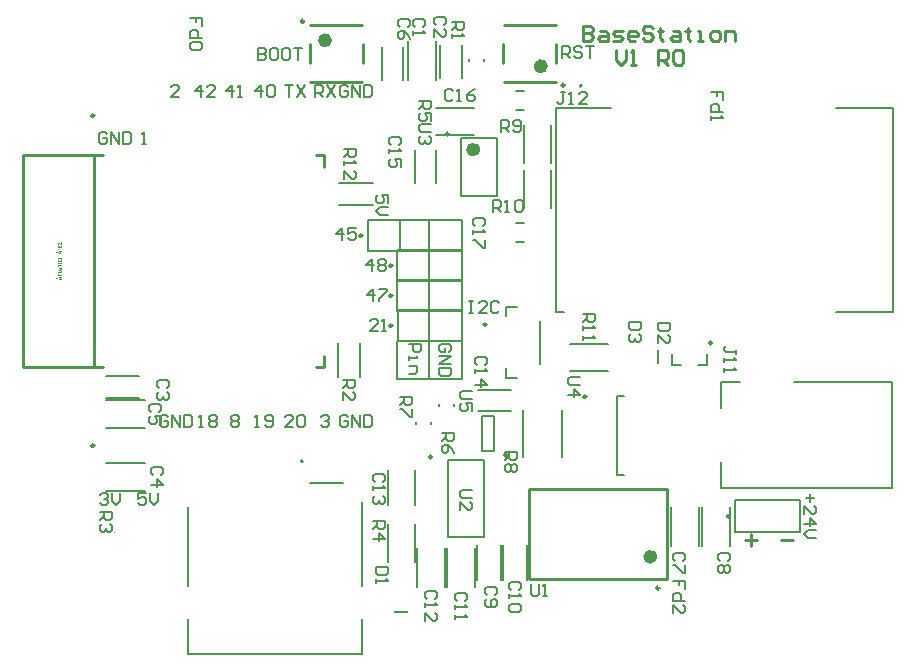
<source format=gto>
G04*
G04 #@! TF.GenerationSoftware,Altium Limited,Altium Designer,24.8.2 (39)*
G04*
G04 Layer_Color=65535*
%FSLAX25Y25*%
%MOIN*%
G70*
G04*
G04 #@! TF.SameCoordinates,AA557069-6426-4FA0-AAFB-6E3012F5CD7C*
G04*
G04*
G04 #@! TF.FilePolarity,Positive*
G04*
G01*
G75*
%ADD10C,0.00984*%
%ADD11C,0.02362*%
%ADD12C,0.00394*%
%ADD13C,0.00787*%
%ADD14C,0.01000*%
%ADD15C,0.00800*%
%ADD16C,0.00500*%
%ADD17C,0.00600*%
%ADD18R,0.04724X0.00787*%
%ADD19R,0.00787X0.04724*%
G36*
X-10148Y129276D02*
X-10137Y129263D01*
X-10120Y129241D01*
X-10101Y129211D01*
X-10079Y129181D01*
X-10063Y129148D01*
X-10052Y129113D01*
X-10047Y129082D01*
Y129077D01*
X-10049Y129061D01*
X-10058Y129036D01*
X-10068Y129006D01*
X-10090Y128976D01*
X-10104Y128960D01*
X-10123Y128943D01*
X-10142Y128930D01*
X-10167Y128919D01*
X-10194Y128905D01*
X-10227Y128897D01*
X-10224Y128894D01*
X-10219Y128891D01*
X-10210Y128883D01*
X-10197Y128872D01*
X-10167Y128845D01*
X-10134Y128809D01*
X-10098Y128769D01*
X-10068Y128719D01*
X-10055Y128695D01*
X-10047Y128670D01*
X-10041Y128646D01*
X-10038Y128618D01*
Y128613D01*
X-10041Y128599D01*
X-10044Y128577D01*
X-10052Y128553D01*
X-10066Y128520D01*
X-10085Y128487D01*
X-10112Y128454D01*
X-10148Y128422D01*
X-10153Y128419D01*
X-10167Y128408D01*
X-10191Y128394D01*
X-10221Y128381D01*
X-10260Y128365D01*
X-10303Y128351D01*
X-10350Y128340D01*
X-10404Y128337D01*
X-10407D01*
X-10412D01*
X-10421D01*
X-10434Y128340D01*
X-10464Y128343D01*
X-10505Y128351D01*
X-10552Y128367D01*
X-10598Y128386D01*
X-10647Y128416D01*
X-10672Y128433D01*
X-10694Y128454D01*
X-10696Y128457D01*
X-10699Y128460D01*
X-10707Y128468D01*
X-10716Y128479D01*
X-10726Y128493D01*
X-10740Y128509D01*
X-10759Y128531D01*
X-10775Y128553D01*
X-10797Y128583D01*
X-10819Y128613D01*
X-10847Y128648D01*
X-10871Y128689D01*
X-10901Y128733D01*
X-10931Y128779D01*
X-10964Y128831D01*
X-10997Y128889D01*
X-11136D01*
X-11139D01*
X-11144D01*
X-11152D01*
X-11166Y128886D01*
X-11196Y128880D01*
X-11231Y128869D01*
X-11267Y128850D01*
X-11297Y128823D01*
X-11311Y128807D01*
X-11319Y128788D01*
X-11324Y128763D01*
X-11327Y128736D01*
Y128727D01*
X-11324Y128719D01*
Y128708D01*
X-11319Y128695D01*
X-11313Y128676D01*
X-11308Y128657D01*
X-11297Y128632D01*
X-11283Y128607D01*
X-11270Y128580D01*
X-11248Y128550D01*
X-11226Y128517D01*
X-11199Y128485D01*
X-11166Y128449D01*
X-11130Y128411D01*
X-11087Y128373D01*
X-11379D01*
X-11382Y128375D01*
X-11387Y128381D01*
X-11395Y128392D01*
X-11409Y128405D01*
X-11423Y128425D01*
X-11439Y128444D01*
X-11455Y128468D01*
X-11474Y128493D01*
X-11507Y128553D01*
X-11537Y128616D01*
X-11551Y128651D01*
X-11559Y128687D01*
X-11564Y128722D01*
X-11567Y128758D01*
Y128774D01*
X-11564Y128785D01*
X-11562Y128815D01*
X-11554Y128850D01*
X-11543Y128894D01*
X-11524Y128938D01*
X-11496Y128984D01*
X-11461Y129028D01*
X-11455Y129033D01*
X-11442Y129047D01*
X-11417Y129063D01*
X-11384Y129085D01*
X-11346Y129107D01*
X-11297Y129123D01*
X-11240Y129137D01*
X-11177Y129142D01*
X-10361D01*
X-10358D01*
X-10347D01*
X-10336Y129145D01*
X-10320Y129148D01*
X-10306Y129151D01*
X-10292Y129159D01*
X-10281Y129167D01*
X-10279Y129181D01*
Y129186D01*
X-10281Y129192D01*
X-10287Y129203D01*
X-10295Y129216D01*
X-10309Y129233D01*
X-10325Y129254D01*
X-10350Y129282D01*
X-10153D01*
X-10148Y129276D01*
D02*
G37*
G36*
X-10746Y127573D02*
X-10740D01*
X-10726D01*
X-10702Y127576D01*
X-10672Y127578D01*
X-10636Y127581D01*
X-10598Y127586D01*
X-10554Y127595D01*
X-10513Y127605D01*
X-10470Y127619D01*
X-10426Y127636D01*
X-10388Y127657D01*
X-10352Y127682D01*
X-10322Y127709D01*
X-10298Y127745D01*
X-10284Y127783D01*
X-10281Y127805D01*
X-10279Y127829D01*
Y127843D01*
X-10281Y127854D01*
X-10287Y127881D01*
X-10295Y127914D01*
X-10311Y127952D01*
X-10339Y127996D01*
X-10352Y128018D01*
X-10372Y128040D01*
X-10393Y128059D01*
X-10418Y128080D01*
X-10164D01*
Y128078D01*
X-10159Y128075D01*
X-10153Y128067D01*
X-10145Y128056D01*
X-10123Y128029D01*
X-10101Y127993D01*
X-10079Y127947D01*
X-10058Y127898D01*
X-10044Y127840D01*
X-10041Y127810D01*
X-10038Y127780D01*
Y127769D01*
X-10041Y127758D01*
Y127745D01*
X-10044Y127726D01*
X-10049Y127704D01*
X-10063Y127655D01*
X-10074Y127627D01*
X-10088Y127600D01*
X-10101Y127573D01*
X-10120Y127543D01*
X-10145Y127515D01*
X-10170Y127488D01*
X-10199Y127464D01*
X-10235Y127439D01*
X-10238D01*
X-10243Y127434D01*
X-10257Y127428D01*
X-10273Y127420D01*
X-10292Y127412D01*
X-10317Y127401D01*
X-10347Y127390D01*
X-10380Y127379D01*
X-10418Y127368D01*
X-10462Y127357D01*
X-10508Y127346D01*
X-10560Y127338D01*
X-10614Y127330D01*
X-10672Y127324D01*
X-10735Y127322D01*
X-10803Y127319D01*
X-10808D01*
X-10819D01*
X-10838D01*
X-10863Y127322D01*
X-10893D01*
X-10928Y127324D01*
X-10967Y127327D01*
X-11010Y127332D01*
X-11100Y127343D01*
X-11193Y127363D01*
X-11283Y127387D01*
X-11327Y127403D01*
X-11365Y127423D01*
X-11368D01*
X-11373Y127428D01*
X-11384Y127434D01*
X-11398Y127442D01*
X-11428Y127466D01*
X-11466Y127499D01*
X-11504Y127543D01*
X-11535Y127592D01*
X-11548Y127622D01*
X-11559Y127652D01*
X-11564Y127685D01*
X-11567Y127720D01*
Y127726D01*
X-11564Y127737D01*
X-11562Y127756D01*
X-11554Y127783D01*
X-11543Y127813D01*
X-11524Y127846D01*
X-11499Y127881D01*
X-11463Y127917D01*
X-11420Y127955D01*
X-11395Y127971D01*
X-11368Y127990D01*
X-11335Y128007D01*
X-11300Y128023D01*
X-11261Y128037D01*
X-11220Y128053D01*
X-11177Y128064D01*
X-11128Y128078D01*
X-11073Y128086D01*
X-11016Y128094D01*
X-10956Y128102D01*
X-10890Y128108D01*
X-10819Y128111D01*
X-10746D01*
Y127573D01*
D02*
G37*
G36*
X-11245Y127199D02*
X-11248Y127196D01*
X-11250Y127191D01*
X-11256Y127180D01*
X-11264Y127166D01*
X-11270Y127150D01*
X-11275Y127130D01*
X-11278Y127109D01*
X-11281Y127087D01*
Y127081D01*
X-11278Y127068D01*
X-11270Y127046D01*
X-11253Y127019D01*
X-11242Y127002D01*
X-11229Y126986D01*
X-11210Y126969D01*
X-11191Y126953D01*
X-11166Y126937D01*
X-11136Y126920D01*
X-11103Y126904D01*
X-11065Y126890D01*
X-11062D01*
X-11054Y126888D01*
X-11043Y126882D01*
X-11029Y126879D01*
X-11010Y126874D01*
X-10986Y126866D01*
X-10961Y126860D01*
X-10934Y126852D01*
X-10868Y126838D01*
X-10800Y126825D01*
X-10726Y126816D01*
X-10653Y126814D01*
X-10079D01*
Y126560D01*
X-11526D01*
Y126814D01*
X-11133D01*
Y126819D01*
X-11136D01*
X-11144Y126822D01*
X-11158Y126828D01*
X-11174Y126833D01*
X-11196Y126838D01*
X-11218Y126847D01*
X-11272Y126863D01*
X-11327Y126885D01*
X-11384Y126904D01*
X-11409Y126915D01*
X-11431Y126926D01*
X-11453Y126937D01*
X-11469Y126945D01*
X-11472Y126948D01*
X-11483Y126956D01*
X-11494Y126967D01*
X-11510Y126983D01*
X-11524Y127002D01*
X-11537Y127027D01*
X-11545Y127054D01*
X-11548Y127087D01*
Y127098D01*
X-11545Y127111D01*
X-11543Y127130D01*
X-11537Y127150D01*
X-11529Y127174D01*
X-11518Y127196D01*
X-11504Y127221D01*
X-11245Y127199D01*
D02*
G37*
G36*
X-10079Y126099D02*
X-10563Y126022D01*
Y125615D01*
X-10079Y125531D01*
Y125260D01*
X-12274Y125670D01*
Y125962D01*
X-10079Y126372D01*
Y126099D01*
D02*
G37*
G36*
X-10148Y124111D02*
X-10137Y124098D01*
X-10120Y124076D01*
X-10101Y124046D01*
X-10079Y124016D01*
X-10063Y123983D01*
X-10052Y123947D01*
X-10047Y123917D01*
Y123912D01*
X-10049Y123895D01*
X-10058Y123871D01*
X-10068Y123841D01*
X-10090Y123811D01*
X-10104Y123794D01*
X-10123Y123778D01*
X-10142Y123764D01*
X-10167Y123753D01*
X-10194Y123740D01*
X-10227Y123732D01*
X-10224Y123729D01*
X-10219Y123726D01*
X-10210Y123718D01*
X-10197Y123707D01*
X-10167Y123680D01*
X-10134Y123644D01*
X-10098Y123603D01*
X-10068Y123554D01*
X-10055Y123530D01*
X-10047Y123505D01*
X-10041Y123480D01*
X-10038Y123453D01*
Y123448D01*
X-10041Y123434D01*
X-10044Y123412D01*
X-10052Y123388D01*
X-10066Y123355D01*
X-10085Y123322D01*
X-10112Y123289D01*
X-10148Y123257D01*
X-10153Y123254D01*
X-10167Y123243D01*
X-10191Y123229D01*
X-10221Y123216D01*
X-10260Y123199D01*
X-10303Y123186D01*
X-10350Y123175D01*
X-10404Y123172D01*
X-10407D01*
X-10412D01*
X-10421D01*
X-10434Y123175D01*
X-10464Y123177D01*
X-10505Y123186D01*
X-10552Y123202D01*
X-10598Y123221D01*
X-10647Y123251D01*
X-10672Y123267D01*
X-10694Y123289D01*
X-10696Y123292D01*
X-10699Y123295D01*
X-10707Y123303D01*
X-10716Y123314D01*
X-10726Y123328D01*
X-10740Y123344D01*
X-10759Y123366D01*
X-10775Y123388D01*
X-10797Y123418D01*
X-10819Y123448D01*
X-10847Y123483D01*
X-10871Y123524D01*
X-10901Y123568D01*
X-10931Y123614D01*
X-10964Y123666D01*
X-10997Y123723D01*
X-11136D01*
X-11139D01*
X-11144D01*
X-11152D01*
X-11166Y123721D01*
X-11196Y123715D01*
X-11231Y123704D01*
X-11267Y123685D01*
X-11297Y123658D01*
X-11311Y123642D01*
X-11319Y123622D01*
X-11324Y123598D01*
X-11327Y123571D01*
Y123562D01*
X-11324Y123554D01*
Y123543D01*
X-11319Y123530D01*
X-11313Y123511D01*
X-11308Y123491D01*
X-11297Y123467D01*
X-11283Y123442D01*
X-11270Y123415D01*
X-11248Y123385D01*
X-11226Y123352D01*
X-11199Y123319D01*
X-11166Y123284D01*
X-11130Y123246D01*
X-11087Y123207D01*
X-11379D01*
X-11382Y123210D01*
X-11387Y123216D01*
X-11395Y123227D01*
X-11409Y123240D01*
X-11423Y123259D01*
X-11439Y123278D01*
X-11455Y123303D01*
X-11474Y123328D01*
X-11507Y123388D01*
X-11537Y123451D01*
X-11551Y123486D01*
X-11559Y123521D01*
X-11564Y123557D01*
X-11567Y123592D01*
Y123609D01*
X-11564Y123620D01*
X-11562Y123650D01*
X-11554Y123685D01*
X-11543Y123729D01*
X-11524Y123773D01*
X-11496Y123819D01*
X-11461Y123863D01*
X-11455Y123868D01*
X-11442Y123882D01*
X-11417Y123898D01*
X-11384Y123920D01*
X-11346Y123942D01*
X-11297Y123958D01*
X-11240Y123972D01*
X-11177Y123977D01*
X-10361D01*
X-10358D01*
X-10347D01*
X-10336Y123980D01*
X-10320Y123983D01*
X-10306Y123986D01*
X-10292Y123994D01*
X-10281Y124002D01*
X-10279Y124016D01*
Y124021D01*
X-10281Y124027D01*
X-10287Y124037D01*
X-10295Y124051D01*
X-10309Y124067D01*
X-10325Y124089D01*
X-10350Y124117D01*
X-10153D01*
X-10148Y124111D01*
D02*
G37*
G36*
X-10079Y122661D02*
X-11114D01*
X-11117D01*
X-11122D01*
X-11133D01*
X-11147Y122659D01*
X-11180Y122653D01*
X-11220Y122645D01*
X-11259Y122629D01*
X-11292Y122604D01*
X-11305Y122588D01*
X-11316Y122569D01*
X-11321Y122547D01*
X-11324Y122522D01*
Y122509D01*
X-11321Y122495D01*
X-11313Y122476D01*
X-11305Y122454D01*
X-11292Y122432D01*
X-11272Y122408D01*
X-11245Y122383D01*
X-11242Y122380D01*
X-11231Y122375D01*
X-11220Y122364D01*
X-11204Y122353D01*
X-11188Y122342D01*
X-11171Y122331D01*
X-11158Y122326D01*
X-11150Y122323D01*
X-10079D01*
Y122069D01*
X-11526D01*
Y122323D01*
X-11368D01*
Y122328D01*
X-11371D01*
X-11376Y122334D01*
X-11384Y122339D01*
X-11395Y122347D01*
X-11425Y122369D01*
X-11458Y122402D01*
X-11491Y122440D01*
X-11521Y122487D01*
X-11532Y122511D01*
X-11540Y122539D01*
X-11545Y122566D01*
X-11548Y122596D01*
Y122610D01*
X-11545Y122620D01*
X-11543Y122645D01*
X-11535Y122681D01*
X-11521Y122716D01*
X-11499Y122754D01*
X-11472Y122792D01*
X-11434Y122828D01*
X-11428Y122831D01*
X-11412Y122842D01*
X-11387Y122855D01*
X-11352Y122872D01*
X-11308Y122888D01*
X-11253Y122902D01*
X-11191Y122913D01*
X-11119Y122915D01*
X-10079D01*
Y122661D01*
D02*
G37*
G36*
Y121507D02*
X-11114D01*
X-11117D01*
X-11122D01*
X-11133D01*
X-11147Y121504D01*
X-11180Y121499D01*
X-11220Y121490D01*
X-11259Y121474D01*
X-11292Y121449D01*
X-11305Y121433D01*
X-11316Y121414D01*
X-11321Y121392D01*
X-11324Y121368D01*
Y121354D01*
X-11321Y121340D01*
X-11313Y121321D01*
X-11305Y121299D01*
X-11292Y121277D01*
X-11272Y121253D01*
X-11245Y121228D01*
X-11242Y121226D01*
X-11231Y121220D01*
X-11220Y121209D01*
X-11204Y121198D01*
X-11188Y121187D01*
X-11171Y121176D01*
X-11158Y121171D01*
X-11150Y121168D01*
X-10079D01*
Y120914D01*
X-11526D01*
Y121168D01*
X-11368D01*
Y121174D01*
X-11371D01*
X-11376Y121179D01*
X-11384Y121185D01*
X-11395Y121193D01*
X-11425Y121215D01*
X-11458Y121247D01*
X-11491Y121286D01*
X-11521Y121332D01*
X-11532Y121356D01*
X-11540Y121384D01*
X-11545Y121411D01*
X-11548Y121441D01*
Y121455D01*
X-11545Y121466D01*
X-11543Y121490D01*
X-11535Y121526D01*
X-11521Y121561D01*
X-11499Y121599D01*
X-11472Y121638D01*
X-11434Y121673D01*
X-11428Y121676D01*
X-11412Y121687D01*
X-11387Y121701D01*
X-11352Y121717D01*
X-11308Y121733D01*
X-11253Y121747D01*
X-11191Y121758D01*
X-11119Y121761D01*
X-10079D01*
Y121507D01*
D02*
G37*
G36*
X-10746Y120098D02*
X-10740D01*
X-10726D01*
X-10702Y120101D01*
X-10672Y120104D01*
X-10636Y120106D01*
X-10598Y120112D01*
X-10554Y120120D01*
X-10513Y120131D01*
X-10470Y120144D01*
X-10426Y120161D01*
X-10388Y120183D01*
X-10352Y120207D01*
X-10322Y120235D01*
X-10298Y120270D01*
X-10284Y120308D01*
X-10281Y120330D01*
X-10279Y120355D01*
Y120368D01*
X-10281Y120379D01*
X-10287Y120406D01*
X-10295Y120439D01*
X-10311Y120477D01*
X-10339Y120521D01*
X-10352Y120543D01*
X-10372Y120565D01*
X-10393Y120584D01*
X-10418Y120606D01*
X-10164D01*
Y120603D01*
X-10159Y120600D01*
X-10153Y120592D01*
X-10145Y120581D01*
X-10123Y120554D01*
X-10101Y120518D01*
X-10079Y120472D01*
X-10058Y120423D01*
X-10044Y120366D01*
X-10041Y120335D01*
X-10038Y120306D01*
Y120295D01*
X-10041Y120284D01*
Y120270D01*
X-10044Y120251D01*
X-10049Y120229D01*
X-10063Y120180D01*
X-10074Y120153D01*
X-10088Y120125D01*
X-10101Y120098D01*
X-10120Y120068D01*
X-10145Y120041D01*
X-10170Y120013D01*
X-10199Y119989D01*
X-10235Y119964D01*
X-10238D01*
X-10243Y119959D01*
X-10257Y119953D01*
X-10273Y119945D01*
X-10292Y119937D01*
X-10317Y119926D01*
X-10347Y119915D01*
X-10380Y119904D01*
X-10418Y119893D01*
X-10462Y119882D01*
X-10508Y119871D01*
X-10560Y119863D01*
X-10614Y119855D01*
X-10672Y119850D01*
X-10735Y119847D01*
X-10803Y119844D01*
X-10808D01*
X-10819D01*
X-10838D01*
X-10863Y119847D01*
X-10893D01*
X-10928Y119850D01*
X-10967Y119852D01*
X-11010Y119858D01*
X-11100Y119869D01*
X-11193Y119888D01*
X-11283Y119912D01*
X-11327Y119929D01*
X-11365Y119948D01*
X-11368D01*
X-11373Y119953D01*
X-11384Y119959D01*
X-11398Y119967D01*
X-11428Y119992D01*
X-11466Y120024D01*
X-11504Y120068D01*
X-11535Y120117D01*
X-11548Y120147D01*
X-11559Y120177D01*
X-11564Y120210D01*
X-11567Y120245D01*
Y120251D01*
X-11564Y120262D01*
X-11562Y120281D01*
X-11554Y120308D01*
X-11543Y120338D01*
X-11524Y120371D01*
X-11499Y120406D01*
X-11463Y120442D01*
X-11420Y120480D01*
X-11395Y120497D01*
X-11368Y120516D01*
X-11335Y120532D01*
X-11300Y120548D01*
X-11261Y120562D01*
X-11220Y120579D01*
X-11177Y120589D01*
X-11128Y120603D01*
X-11073Y120611D01*
X-11016Y120619D01*
X-10956Y120628D01*
X-10890Y120633D01*
X-10819Y120636D01*
X-10746D01*
Y120098D01*
D02*
G37*
G36*
X-10093Y119694D02*
X-10090Y119691D01*
X-10085Y119675D01*
X-10077Y119650D01*
X-10066Y119620D01*
X-10055Y119585D01*
X-10047Y119547D01*
X-10041Y119508D01*
X-10038Y119470D01*
Y119459D01*
X-10041Y119446D01*
X-10044Y119429D01*
X-10049Y119410D01*
X-10055Y119386D01*
X-10066Y119364D01*
X-10079Y119339D01*
X-10096Y119312D01*
X-10118Y119290D01*
X-10142Y119268D01*
X-10175Y119246D01*
X-10210Y119230D01*
X-10254Y119216D01*
X-10303Y119208D01*
X-10361Y119205D01*
X-11302D01*
Y119039D01*
X-11324D01*
X-11327Y119042D01*
X-11335Y119047D01*
X-11346Y119058D01*
X-11365Y119071D01*
X-11387Y119088D01*
X-11414Y119107D01*
X-11444Y119129D01*
X-11480Y119156D01*
X-11518Y119184D01*
X-11562Y119213D01*
X-11608Y119246D01*
X-11660Y119282D01*
X-11715Y119317D01*
X-11775Y119355D01*
X-11835Y119394D01*
X-11900Y119435D01*
Y119459D01*
X-11526D01*
Y119697D01*
X-11302D01*
Y119459D01*
X-10473D01*
X-10467D01*
X-10453D01*
X-10434D01*
X-10410Y119462D01*
X-10358Y119467D01*
X-10336Y119473D01*
X-10317Y119478D01*
X-10314D01*
X-10311Y119484D01*
X-10298Y119497D01*
X-10290Y119508D01*
X-10284Y119522D01*
X-10281Y119538D01*
X-10279Y119557D01*
Y119568D01*
X-10281Y119579D01*
X-10284Y119596D01*
X-10290Y119615D01*
X-10295Y119639D01*
X-10306Y119667D01*
X-10320Y119697D01*
X-10093D01*
Y119694D01*
D02*
G37*
G36*
X-10079Y118583D02*
X-11114D01*
X-11117D01*
X-11122D01*
X-11133D01*
X-11147Y118580D01*
X-11180Y118575D01*
X-11220Y118567D01*
X-11259Y118550D01*
X-11292Y118526D01*
X-11305Y118509D01*
X-11316Y118490D01*
X-11321Y118468D01*
X-11324Y118444D01*
Y118430D01*
X-11321Y118416D01*
X-11313Y118397D01*
X-11305Y118375D01*
X-11292Y118353D01*
X-11272Y118329D01*
X-11245Y118304D01*
X-11242Y118302D01*
X-11231Y118296D01*
X-11220Y118285D01*
X-11204Y118274D01*
X-11188Y118263D01*
X-11171Y118253D01*
X-11158Y118247D01*
X-11150Y118244D01*
X-10079D01*
Y117991D01*
X-11526D01*
Y118244D01*
X-11368D01*
Y118250D01*
X-11371D01*
X-11376Y118255D01*
X-11384Y118261D01*
X-11395Y118269D01*
X-11425Y118291D01*
X-11458Y118324D01*
X-11491Y118362D01*
X-11521Y118408D01*
X-11532Y118433D01*
X-11540Y118460D01*
X-11545Y118487D01*
X-11548Y118517D01*
Y118531D01*
X-11545Y118542D01*
X-11543Y118567D01*
X-11535Y118602D01*
X-11521Y118638D01*
X-11499Y118676D01*
X-11472Y118714D01*
X-11434Y118749D01*
X-11428Y118752D01*
X-11412Y118763D01*
X-11387Y118777D01*
X-11352Y118793D01*
X-11308Y118809D01*
X-11253Y118823D01*
X-11191Y118834D01*
X-11119Y118837D01*
X-10079D01*
Y118583D01*
D02*
G37*
G36*
Y117537D02*
X-10563Y117461D01*
Y117054D01*
X-10079Y116969D01*
Y116699D01*
X-12274Y117109D01*
Y117401D01*
X-10079Y117810D01*
Y117537D01*
D02*
G37*
%LPC*%
G36*
X-10445Y128889D02*
X-10822D01*
X-10819Y128886D01*
X-10814Y128875D01*
X-10803Y128861D01*
X-10789Y128842D01*
X-10773Y128818D01*
X-10754Y128793D01*
X-10729Y128766D01*
X-10705Y128738D01*
X-10647Y128681D01*
X-10617Y128657D01*
X-10584Y128632D01*
X-10549Y128613D01*
X-10513Y128599D01*
X-10478Y128588D01*
X-10442Y128586D01*
X-10440D01*
X-10431D01*
X-10418Y128588D01*
X-10399Y128591D01*
X-10361Y128599D01*
X-10341Y128607D01*
X-10322Y128618D01*
X-10320Y128621D01*
X-10317Y128624D01*
X-10309Y128632D01*
X-10300Y128643D01*
X-10287Y128670D01*
X-10281Y128689D01*
X-10279Y128708D01*
Y128719D01*
X-10281Y128733D01*
X-10287Y128749D01*
X-10295Y128769D01*
X-10309Y128790D01*
X-10325Y128809D01*
X-10350Y128831D01*
X-10352Y128834D01*
X-10361Y128840D01*
X-10374Y128850D01*
X-10391Y128861D01*
X-10421Y128880D01*
X-10434Y128886D01*
X-10445Y128889D01*
D02*
G37*
G36*
X-10937Y127857D02*
X-10942D01*
X-10953D01*
X-10975D01*
X-10999Y127854D01*
X-11032Y127851D01*
X-11065Y127848D01*
X-11141Y127838D01*
X-11215Y127821D01*
X-11248Y127807D01*
X-11281Y127794D01*
X-11305Y127778D01*
X-11327Y127756D01*
X-11338Y127734D01*
X-11343Y127707D01*
Y127701D01*
X-11338Y127685D01*
X-11330Y127674D01*
X-11321Y127663D01*
X-11311Y127649D01*
X-11292Y127638D01*
X-11272Y127625D01*
X-11245Y127611D01*
X-11212Y127600D01*
X-11171Y127589D01*
X-11125Y127581D01*
X-11070Y127573D01*
X-11008Y127570D01*
X-10937Y127567D01*
Y127857D01*
D02*
G37*
G36*
X-10825Y125973D02*
X-11737Y125820D01*
Y125812D01*
X-10825Y125659D01*
Y125973D01*
D02*
G37*
G36*
X-10445Y123723D02*
X-10822D01*
X-10819Y123721D01*
X-10814Y123710D01*
X-10803Y123696D01*
X-10789Y123677D01*
X-10773Y123653D01*
X-10754Y123628D01*
X-10729Y123601D01*
X-10705Y123573D01*
X-10647Y123516D01*
X-10617Y123491D01*
X-10584Y123467D01*
X-10549Y123448D01*
X-10513Y123434D01*
X-10478Y123423D01*
X-10442Y123420D01*
X-10440D01*
X-10431D01*
X-10418Y123423D01*
X-10399Y123426D01*
X-10361Y123434D01*
X-10341Y123442D01*
X-10322Y123453D01*
X-10320Y123456D01*
X-10317Y123459D01*
X-10309Y123467D01*
X-10300Y123478D01*
X-10287Y123505D01*
X-10281Y123524D01*
X-10279Y123543D01*
Y123554D01*
X-10281Y123568D01*
X-10287Y123584D01*
X-10295Y123603D01*
X-10309Y123625D01*
X-10325Y123644D01*
X-10350Y123666D01*
X-10352Y123669D01*
X-10361Y123674D01*
X-10374Y123685D01*
X-10391Y123696D01*
X-10421Y123715D01*
X-10434Y123721D01*
X-10445Y123723D01*
D02*
G37*
G36*
X-10937Y120382D02*
X-10942D01*
X-10953D01*
X-10975D01*
X-10999Y120379D01*
X-11032Y120377D01*
X-11065Y120374D01*
X-11141Y120363D01*
X-11215Y120346D01*
X-11248Y120333D01*
X-11281Y120319D01*
X-11305Y120303D01*
X-11327Y120281D01*
X-11338Y120259D01*
X-11343Y120232D01*
Y120226D01*
X-11338Y120210D01*
X-11330Y120199D01*
X-11321Y120188D01*
X-11311Y120175D01*
X-11292Y120164D01*
X-11272Y120150D01*
X-11245Y120136D01*
X-11212Y120125D01*
X-11171Y120114D01*
X-11125Y120106D01*
X-11070Y120098D01*
X-11008Y120095D01*
X-10937Y120093D01*
Y120382D01*
D02*
G37*
G36*
X-10825Y117412D02*
X-11737Y117259D01*
Y117251D01*
X-10825Y117098D01*
Y117412D01*
D02*
G37*
%LPD*%
D10*
X164646Y77815D02*
G03*
X164646Y77815I-492J0D01*
G01*
X131394Y101906D02*
G03*
X131394Y101906I-492J0D01*
G01*
X630Y61500D02*
G03*
X630Y61500I-492J0D01*
G01*
X100000Y101500D02*
G03*
X100000Y101500I-492J0D01*
G01*
X99940Y111500D02*
G03*
X99940Y111500I-492J0D01*
G01*
X89992Y131500D02*
G03*
X89992Y131500I-492J0D01*
G01*
X99940Y121500D02*
G03*
X99940Y121500I-492J0D01*
G01*
X113275Y57780D02*
G03*
X113275Y57780I-492J0D01*
G01*
X118862Y165347D02*
G03*
X118862Y165347I-492J0D01*
G01*
X630Y171500D02*
G03*
X630Y171500I-492J0D01*
G01*
X70535Y202929D02*
G03*
X70535Y202929I-492J0D01*
G01*
X157449Y181669D02*
G03*
X157449Y181669I-492J0D01*
G01*
X138299Y58413D02*
G03*
X138299Y58413I-492J0D01*
G01*
X206579Y95724D02*
G03*
X206579Y95724I-492J0D01*
G01*
X188992Y14000D02*
G03*
X188992Y14000I-492J0D01*
G01*
X212500Y38000D02*
G03*
X212500Y38000I-492J0D01*
G01*
D11*
X128114Y160209D02*
G03*
X128114Y160209I-1181J0D01*
G01*
X78705Y196630D02*
G03*
X78705Y196630I-1181J0D01*
G01*
X150657Y187969D02*
G03*
X150657Y187969I-1181J0D01*
G01*
X187181Y24500D02*
G03*
X187181Y24500I-1181J0D01*
G01*
D12*
X7480Y32527D02*
G03*
X7480Y32527I-197J0D01*
G01*
D13*
X70252Y56327D02*
G03*
X70252Y56327I-394J0D01*
G01*
X163213Y181417D02*
G03*
X163213Y181417I-394J0D01*
G01*
X212638Y27992D02*
Y41008D01*
X203362Y27992D02*
Y41008D01*
X174980Y51811D02*
X177342D01*
X174980D02*
Y78189D01*
X177342D01*
X137791Y107811D02*
X141433D01*
X137791Y84189D02*
Y87437D01*
Y104563D02*
Y107811D01*
Y84189D02*
X141433D01*
X149209Y88815D02*
Y103185D01*
X82223Y149166D02*
X93476D01*
X82223Y141834D02*
X93476D01*
X89166Y84374D02*
Y95626D01*
X81834Y84374D02*
Y95626D01*
X4492Y46362D02*
X17508D01*
X4492Y55638D02*
X17508D01*
X101752Y96244D02*
Y106756D01*
Y96244D02*
X123248D01*
Y106756D01*
X101752D02*
X123248D01*
X101692Y106244D02*
Y116756D01*
Y106244D02*
X123188D01*
Y116756D01*
X101692D02*
X123188D01*
X102500Y126244D02*
Y136756D01*
X91752Y126244D02*
Y136756D01*
Y126244D02*
X123248D01*
Y136756D01*
X91752D02*
X123248D01*
X101692Y116244D02*
Y126756D01*
Y116244D02*
X123188D01*
Y126756D01*
X101692D02*
X123188D01*
X128464Y72933D02*
X139536D01*
X128464Y80067D02*
X139536D01*
X141226Y129350D02*
X143774D01*
X141226Y135650D02*
X143774D01*
X4492Y67362D02*
X17508D01*
X4492Y76638D02*
X17508D01*
X4464Y84567D02*
X15536D01*
X4464Y77433D02*
X15536D01*
X96433Y183464D02*
Y194536D01*
X103567Y183464D02*
Y194536D01*
X118594Y56795D02*
X130406D01*
Y31205D02*
Y56795D01*
X118594Y31205D02*
X130406D01*
X118594D02*
Y56795D01*
X122996Y144854D02*
Y164146D01*
X135004Y144854D02*
Y164146D01*
X122996D02*
X135004D01*
X122996Y144854D02*
X135004D01*
X152953Y155677D02*
Y168323D01*
X144047Y155677D02*
Y168323D01*
Y140677D02*
Y153323D01*
X152953Y140677D02*
Y153323D01*
X114677Y165047D02*
X127323D01*
X114677Y173953D02*
X127323D01*
X141226Y179650D02*
X143774D01*
X141226Y173350D02*
X143774D01*
X114567Y148964D02*
Y160036D01*
X107433Y148964D02*
Y160036D01*
X130461Y189606D02*
Y190394D01*
X125539Y189606D02*
Y190394D01*
X115933Y183964D02*
Y195036D01*
X123067Y183964D02*
Y195036D01*
X114638Y183492D02*
Y196508D01*
X105362Y183492D02*
Y196508D01*
X130032Y59594D02*
X133969D01*
X130032Y71406D02*
X133969D01*
Y59594D02*
Y71406D01*
X130032Y59594D02*
Y71406D01*
X120461Y74606D02*
Y75394D01*
X115539Y74606D02*
Y75394D01*
X112961Y68669D02*
Y69457D01*
X108039Y68669D02*
Y69457D01*
X98559Y41586D02*
Y53414D01*
X107441Y41586D02*
Y53414D01*
X107453Y22677D02*
Y35323D01*
X98547Y22677D02*
Y35323D01*
X108362Y14492D02*
Y27508D01*
X117638Y14492D02*
Y27508D01*
X118362Y14492D02*
Y27508D01*
X127638Y14492D02*
Y27508D01*
X136941Y16586D02*
Y28414D01*
X128059Y16586D02*
Y28414D01*
X144941Y16586D02*
Y28414D01*
X136059Y16586D02*
Y28414D01*
X156512Y57730D02*
Y73270D01*
X143488Y57730D02*
Y73270D01*
X159177Y86547D02*
X171823D01*
X159177Y95453D02*
X171823D01*
X204906Y88244D02*
Y92181D01*
X201756Y88244D02*
X204906D01*
X193094D02*
Y92181D01*
Y88244D02*
X196244D01*
X192862Y27992D02*
Y41008D01*
X202138Y27992D02*
Y41008D01*
X214252Y43256D02*
X235748D01*
Y32744D02*
Y43256D01*
X214252Y32744D02*
X235748D01*
X214252D02*
Y43256D01*
X209457Y47283D02*
X266543D01*
Y82717D01*
X209457Y47283D02*
Y55945D01*
Y74055D02*
Y82717D01*
X233866D02*
X266543D01*
X209457D02*
X215756D01*
D14*
X-23008Y87567D02*
X3567D01*
X-23008D02*
Y158433D01*
X74433Y87567D02*
X77386D01*
Y91504D01*
X-23008Y158433D02*
X3567D01*
X614Y87567D02*
Y158433D01*
X74433D02*
X77386D01*
Y154496D02*
Y158433D01*
X72406Y182850D02*
X89728D01*
X72406Y189150D02*
Y195449D01*
Y201748D02*
X89728D01*
X90122Y189150D02*
Y195449D01*
X137272Y201748D02*
X154594D01*
Y189150D02*
Y195449D01*
X137272Y182850D02*
X154594D01*
X136878Y189150D02*
Y195449D01*
X191500Y17000D02*
Y47000D01*
X145500Y17000D02*
Y47000D01*
Y17000D02*
X191500D01*
X145500Y47000D02*
X191500D01*
X217500Y29999D02*
X221499D01*
X219499Y31998D02*
Y28000D01*
X229496Y29999D02*
X233495D01*
X163500Y201498D02*
Y196500D01*
X165999D01*
X166832Y197333D01*
Y198166D01*
X165999Y198999D01*
X163500D01*
X165999D01*
X166832Y199832D01*
Y200665D01*
X165999Y201498D01*
X163500D01*
X169331Y199832D02*
X170998D01*
X171831Y198999D01*
Y196500D01*
X169331D01*
X168498Y197333D01*
X169331Y198166D01*
X171831D01*
X173497Y196500D02*
X175996D01*
X176829Y197333D01*
X175996Y198166D01*
X174330D01*
X173497Y198999D01*
X174330Y199832D01*
X176829D01*
X180994Y196500D02*
X179328D01*
X178495Y197333D01*
Y198999D01*
X179328Y199832D01*
X180994D01*
X181827Y198999D01*
Y198166D01*
X178495D01*
X186826Y200665D02*
X185993Y201498D01*
X184327D01*
X183493Y200665D01*
Y199832D01*
X184327Y198999D01*
X185993D01*
X186826Y198166D01*
Y197333D01*
X185993Y196500D01*
X184327D01*
X183493Y197333D01*
X189325Y200665D02*
Y199832D01*
X188492D01*
X190158D01*
X189325D01*
Y197333D01*
X190158Y196500D01*
X193490Y199832D02*
X195156D01*
X195990Y198999D01*
Y196500D01*
X193490D01*
X192657Y197333D01*
X193490Y198166D01*
X195990D01*
X198489Y200665D02*
Y199832D01*
X197656D01*
X199322D01*
X198489D01*
Y197333D01*
X199322Y196500D01*
X201821D02*
X203487D01*
X202654D01*
Y199832D01*
X201821D01*
X206819Y196500D02*
X208485D01*
X209318Y197333D01*
Y198999D01*
X208485Y199832D01*
X206819D01*
X205986Y198999D01*
Y197333D01*
X206819Y196500D01*
X210985D02*
Y199832D01*
X213484D01*
X214317Y198999D01*
Y196500D01*
X174500Y193498D02*
Y190166D01*
X176166Y188500D01*
X177832Y190166D01*
Y193498D01*
X179498Y188500D02*
X181165D01*
X180331D01*
Y193498D01*
X179498Y192665D01*
X188662Y188500D02*
Y193498D01*
X191161D01*
X191994Y192665D01*
Y190999D01*
X191161Y190166D01*
X188662D01*
X190328D02*
X191994Y188500D01*
X193660Y192665D02*
X194493Y193498D01*
X196160D01*
X196993Y192665D01*
Y189333D01*
X196160Y188500D01*
X194493D01*
X193660Y189333D01*
Y192665D01*
D15*
X101500Y83748D02*
Y96244D01*
Y83748D02*
X112244D01*
X112248Y83752D02*
Y96496D01*
Y83752D02*
X123248D01*
Y96244D01*
X112248Y96252D02*
Y137008D01*
D16*
X31965Y14870D02*
Y41091D01*
Y-8043D02*
Y3689D01*
X90035Y14870D02*
Y42665D01*
Y-8043D02*
Y3689D01*
X31965Y-8043D02*
X90035D01*
X72496Y49043D02*
X83559D01*
X248055Y174016D02*
X266874D01*
X154669D02*
X172819D01*
X248055Y105984D02*
X266874D01*
X154669D02*
X157071D01*
X266874D02*
Y174016D01*
X154669Y105984D02*
Y174016D01*
D17*
X142333Y13333D02*
X142999Y13999D01*
Y15332D01*
X142333Y15998D01*
X139667D01*
X139001Y15332D01*
Y13999D01*
X139667Y13333D01*
X139001Y12000D02*
Y10667D01*
Y11333D01*
X142999D01*
X142333Y12000D01*
Y8667D02*
X142999Y8001D01*
Y6668D01*
X142333Y6002D01*
X139667D01*
X139001Y6668D01*
Y8001D01*
X139667Y8667D01*
X142333D01*
X197599Y13734D02*
Y16400D01*
X195599D01*
Y15067D01*
Y16400D01*
X193600D01*
X197599Y9736D02*
X193600D01*
Y11735D01*
X194266Y12401D01*
X195599D01*
X196266Y11735D01*
Y9736D01*
X193600Y5737D02*
Y8403D01*
X196266Y5737D01*
X196932D01*
X197599Y6403D01*
Y7736D01*
X196932Y8403D01*
X210099Y176734D02*
Y179400D01*
X208099D01*
Y178067D01*
Y179400D01*
X206100D01*
X210099Y172736D02*
X206100D01*
Y174735D01*
X206766Y175401D01*
X208099D01*
X208766Y174735D01*
Y172736D01*
X206100Y171403D02*
Y170070D01*
Y170736D01*
X210099D01*
X209432Y171403D01*
X36599Y201234D02*
Y203900D01*
X34599D01*
Y202567D01*
Y203900D01*
X32600D01*
X36599Y197236D02*
X32600D01*
Y199235D01*
X33266Y199901D01*
X34599D01*
X35266Y199235D01*
Y197236D01*
X35932Y195903D02*
X36599Y195236D01*
Y193903D01*
X35932Y193237D01*
X33266D01*
X32600Y193903D01*
Y195236D01*
X33266Y195903D01*
X35932D01*
X156600Y190600D02*
Y194599D01*
X158599D01*
X159266Y193932D01*
Y192599D01*
X158599Y191933D01*
X156600D01*
X157933D02*
X159266Y190600D01*
X163265Y193932D02*
X162598Y194599D01*
X161265D01*
X160599Y193932D01*
Y193266D01*
X161265Y192599D01*
X162598D01*
X163265Y191933D01*
Y191267D01*
X162598Y190600D01*
X161265D01*
X160599Y191267D01*
X164597Y194599D02*
X167263D01*
X165930D01*
Y190600D01*
X55100Y194099D02*
Y190100D01*
X57099D01*
X57766Y190767D01*
Y191433D01*
X57099Y192099D01*
X55100D01*
X57099D01*
X57766Y192766D01*
Y193432D01*
X57099Y194099D01*
X55100D01*
X61098D02*
X59765D01*
X59099Y193432D01*
Y190767D01*
X59765Y190100D01*
X61098D01*
X61765Y190767D01*
Y193432D01*
X61098Y194099D01*
X65097D02*
X63764D01*
X63097Y193432D01*
Y190767D01*
X63764Y190100D01*
X65097D01*
X65763Y190767D01*
Y193432D01*
X65097Y194099D01*
X67096D02*
X69762D01*
X68429D01*
Y190100D01*
X98599Y142234D02*
Y144900D01*
X96599D01*
X97266Y143567D01*
Y142901D01*
X96599Y142234D01*
X95266D01*
X94600Y142901D01*
Y144234D01*
X95266Y144900D01*
X98599Y140901D02*
X95933D01*
X94600Y139568D01*
X95933Y138235D01*
X98599D01*
X105600Y95400D02*
X109599D01*
Y93401D01*
X108932Y92734D01*
X107599D01*
X106933Y93401D01*
Y95400D01*
X105600Y91401D02*
Y90068D01*
Y90735D01*
X108266D01*
Y91401D01*
X105600Y88069D02*
X108266D01*
Y86070D01*
X107599Y85403D01*
X105600D01*
X118932Y92734D02*
X119599Y93401D01*
Y94734D01*
X118932Y95400D01*
X116267D01*
X115600Y94734D01*
Y93401D01*
X116267Y92734D01*
X117599D01*
Y94067D01*
X115600Y91401D02*
X119599D01*
X115600Y88736D01*
X119599D01*
Y87403D02*
X115600D01*
Y85403D01*
X116267Y84737D01*
X118932D01*
X119599Y85403D01*
Y87403D01*
X95266Y99600D02*
X92600D01*
X95266Y102266D01*
Y102932D01*
X94599Y103599D01*
X93266D01*
X92600Y102932D01*
X96599Y99600D02*
X97932D01*
X97265D01*
Y103599D01*
X96599Y102932D01*
X93599Y109600D02*
Y113599D01*
X91600Y111599D01*
X94266D01*
X95599Y113599D02*
X98264D01*
Y112932D01*
X95599Y110266D01*
Y109600D01*
X93099Y119600D02*
Y123599D01*
X91100Y121599D01*
X93766D01*
X95099Y122932D02*
X95765Y123599D01*
X97098D01*
X97764Y122932D01*
Y122266D01*
X97098Y121599D01*
X97764Y120933D01*
Y120266D01*
X97098Y119600D01*
X95765D01*
X95099Y120266D01*
Y120933D01*
X95765Y121599D01*
X95099Y122266D01*
Y122932D01*
X95765Y121599D02*
X97098D01*
X83099Y130100D02*
Y134099D01*
X81100Y132099D01*
X83766D01*
X87765Y134099D02*
X85099D01*
Y132099D01*
X86432Y132766D01*
X87098D01*
X87765Y132099D01*
Y130766D01*
X87098Y130100D01*
X85765D01*
X85099Y130766D01*
X125600Y109599D02*
X126933D01*
X126267D01*
Y105600D01*
X125600D01*
X126933D01*
X131598D02*
X128932D01*
X131598Y108266D01*
Y108932D01*
X130932Y109599D01*
X129599D01*
X128932Y108932D01*
X135597D02*
X134930Y109599D01*
X133597D01*
X132931Y108932D01*
Y106266D01*
X133597Y105600D01*
X134930D01*
X135597Y106266D01*
X239099Y45400D02*
Y42734D01*
X240432Y44067D02*
X237766D01*
X237100Y38735D02*
Y41401D01*
X239766Y38735D01*
X240432D01*
X241099Y39402D01*
Y40735D01*
X240432Y41401D01*
X237100Y35403D02*
X241099D01*
X239099Y37403D01*
Y34737D01*
X241099Y33404D02*
X238433D01*
X237100Y32071D01*
X238433Y30738D01*
X241099D01*
X2600Y44932D02*
X3266Y45599D01*
X4599D01*
X5266Y44932D01*
Y44266D01*
X4599Y43599D01*
X3933D01*
X4599D01*
X5266Y42933D01*
Y42266D01*
X4599Y41600D01*
X3266D01*
X2600Y42266D01*
X6599Y45599D02*
Y42933D01*
X7932Y41600D01*
X9264Y42933D01*
Y45599D01*
X17766D02*
X15100D01*
Y43599D01*
X16433Y44266D01*
X17099D01*
X17766Y43599D01*
Y42266D01*
X17099Y41600D01*
X15766D01*
X15100Y42266D01*
X19099Y45599D02*
Y42933D01*
X20432Y41600D01*
X21765Y42933D01*
Y45599D01*
X25266Y70932D02*
X24599Y71599D01*
X23267D01*
X22600Y70932D01*
Y68266D01*
X23267Y67600D01*
X24599D01*
X25266Y68266D01*
Y69599D01*
X23933D01*
X26599Y67600D02*
Y71599D01*
X29265Y67600D01*
Y71599D01*
X30597D02*
Y67600D01*
X32597D01*
X33263Y68266D01*
Y70932D01*
X32597Y71599D01*
X30597D01*
X35600Y67600D02*
X36933D01*
X36266D01*
Y71599D01*
X35600Y70932D01*
X38932D02*
X39599Y71599D01*
X40932D01*
X41598Y70932D01*
Y70266D01*
X40932Y69599D01*
X41598Y68933D01*
Y68266D01*
X40932Y67600D01*
X39599D01*
X38932Y68266D01*
Y68933D01*
X39599Y69599D01*
X38932Y70266D01*
Y70932D01*
X39599Y69599D02*
X40932D01*
X46100Y70932D02*
X46766Y71599D01*
X48099D01*
X48766Y70932D01*
Y70266D01*
X48099Y69599D01*
X48766Y68933D01*
Y68266D01*
X48099Y67600D01*
X46766D01*
X46100Y68266D01*
Y68933D01*
X46766Y69599D01*
X46100Y70266D01*
Y70932D01*
X46766Y69599D02*
X48099D01*
X54100Y67600D02*
X55433D01*
X54766D01*
Y71599D01*
X54100Y70932D01*
X57432Y68266D02*
X58099Y67600D01*
X59432D01*
X60098Y68266D01*
Y70932D01*
X59432Y71599D01*
X58099D01*
X57432Y70932D01*
Y70266D01*
X58099Y69599D01*
X60098D01*
X66766Y67600D02*
X64100D01*
X66766Y70266D01*
Y70932D01*
X66099Y71599D01*
X64766D01*
X64100Y70932D01*
X68099D02*
X68765Y71599D01*
X70098D01*
X70764Y70932D01*
Y68266D01*
X70098Y67600D01*
X68765D01*
X68099Y68266D01*
Y70932D01*
X76100D02*
X76766Y71599D01*
X78099D01*
X78766Y70932D01*
Y70266D01*
X78099Y69599D01*
X77433D01*
X78099D01*
X78766Y68933D01*
Y68266D01*
X78099Y67600D01*
X76766D01*
X76100Y68266D01*
X85266Y70932D02*
X84599Y71599D01*
X83266D01*
X82600Y70932D01*
Y68266D01*
X83266Y67600D01*
X84599D01*
X85266Y68266D01*
Y69599D01*
X83933D01*
X86599Y67600D02*
Y71599D01*
X89265Y67600D01*
Y71599D01*
X90597D02*
Y67600D01*
X92597D01*
X93263Y68266D01*
Y70932D01*
X92597Y71599D01*
X90597D01*
X4766Y165432D02*
X4099Y166099D01*
X2767D01*
X2100Y165432D01*
Y162767D01*
X2767Y162100D01*
X4099D01*
X4766Y162767D01*
Y164099D01*
X3433D01*
X6099Y162100D02*
Y166099D01*
X8765Y162100D01*
Y166099D01*
X10097D02*
Y162100D01*
X12097D01*
X12763Y162767D01*
Y165432D01*
X12097Y166099D01*
X10097D01*
X16600Y162100D02*
X17933D01*
X17266D01*
Y166099D01*
X16600Y165432D01*
X28766Y177600D02*
X26100D01*
X28766Y180266D01*
Y180932D01*
X28099Y181599D01*
X26766D01*
X26100Y180932D01*
X36099Y177600D02*
Y181599D01*
X34100Y179599D01*
X36766D01*
X40764Y177600D02*
X38099D01*
X40764Y180266D01*
Y180932D01*
X40098Y181599D01*
X38765D01*
X38099Y180932D01*
X46599Y177600D02*
Y181599D01*
X44600Y179599D01*
X47266D01*
X48599Y177600D02*
X49932D01*
X49265D01*
Y181599D01*
X48599Y180932D01*
X56099Y177600D02*
Y181599D01*
X54100Y179599D01*
X56766D01*
X58099Y180932D02*
X58765Y181599D01*
X60098D01*
X60764Y180932D01*
Y178267D01*
X60098Y177600D01*
X58765D01*
X58099Y178267D01*
Y180932D01*
X64100Y181599D02*
X66766D01*
X65433D01*
Y177600D01*
X68099Y181599D02*
X70764Y177600D01*
Y181599D02*
X68099Y177600D01*
X74100D02*
Y181599D01*
X76099D01*
X76766Y180932D01*
Y179599D01*
X76099Y178933D01*
X74100D01*
X75433D02*
X76766Y177600D01*
X78099Y181599D02*
X80765Y177600D01*
Y181599D02*
X78099Y177600D01*
X85266Y180932D02*
X84599Y181599D01*
X83266D01*
X82600Y180932D01*
Y178267D01*
X83266Y177600D01*
X84599D01*
X85266Y178267D01*
Y179599D01*
X83933D01*
X86599Y177600D02*
Y181599D01*
X89265Y177600D01*
Y181599D01*
X90597D02*
Y177600D01*
X92597D01*
X93263Y178267D01*
Y180932D01*
X92597Y181599D01*
X90597D01*
X84001Y160498D02*
X87999D01*
Y158499D01*
X87333Y157833D01*
X86000D01*
X85334Y158499D01*
Y160498D01*
Y159166D02*
X84001Y157833D01*
Y156500D02*
Y155167D01*
Y155833D01*
X87999D01*
X87333Y156500D01*
X84001Y150502D02*
Y153167D01*
X86666Y150502D01*
X87333D01*
X87999Y151168D01*
Y152501D01*
X87333Y153167D01*
X83501Y83332D02*
X87499D01*
Y81333D01*
X86833Y80666D01*
X85500D01*
X84834Y81333D01*
Y83332D01*
Y81999D02*
X83501Y80666D01*
Y76668D02*
Y79334D01*
X86166Y76668D01*
X86833D01*
X87499Y77334D01*
Y78667D01*
X86833Y79334D01*
X22833Y51666D02*
X23499Y52333D01*
Y53666D01*
X22833Y54332D01*
X20167D01*
X19501Y53666D01*
Y52333D01*
X20167Y51666D01*
X19501Y48334D02*
X23499D01*
X21500Y50333D01*
Y47668D01*
X2501Y39332D02*
X6499D01*
Y37333D01*
X5833Y36666D01*
X4500D01*
X3834Y37333D01*
Y39332D01*
Y37999D02*
X2501Y36666D01*
X5833Y35333D02*
X6499Y34667D01*
Y33334D01*
X5833Y32668D01*
X5166D01*
X4500Y33334D01*
Y34001D01*
Y33334D01*
X3834Y32668D01*
X3167D01*
X2501Y33334D01*
Y34667D01*
X3167Y35333D01*
X126499Y79832D02*
X123167D01*
X122501Y79166D01*
Y77833D01*
X123167Y77166D01*
X126499D01*
Y73168D02*
Y75833D01*
X124500D01*
X125166Y74501D01*
Y73834D01*
X124500Y73168D01*
X123167D01*
X122501Y73834D01*
Y75167D01*
X123167Y75833D01*
X162499Y84332D02*
X159167D01*
X158501Y83666D01*
Y82333D01*
X159167Y81666D01*
X162499D01*
X158501Y78334D02*
X162499D01*
X160500Y80334D01*
Y77668D01*
X112999Y168832D02*
X109667D01*
X109001Y168166D01*
Y166833D01*
X109667Y166166D01*
X112999D01*
X112333Y164833D02*
X112999Y164167D01*
Y162834D01*
X112333Y162168D01*
X111667D01*
X111000Y162834D01*
Y163501D01*
Y162834D01*
X110334Y162168D01*
X109667D01*
X109001Y162834D01*
Y164167D01*
X109667Y164833D01*
X126499Y46832D02*
X123167D01*
X122501Y46166D01*
Y44833D01*
X123167Y44166D01*
X126499D01*
X122501Y40168D02*
Y42834D01*
X125166Y40168D01*
X125833D01*
X126499Y40834D01*
Y42167D01*
X125833Y42834D01*
X146334Y15499D02*
Y12167D01*
X147001Y11501D01*
X148334D01*
X149000Y12167D01*
Y15499D01*
X150333Y11501D02*
X151666D01*
X150999D01*
Y15499D01*
X150333Y14833D01*
X163501Y105332D02*
X167499D01*
Y103333D01*
X166833Y102666D01*
X165500D01*
X164833Y103333D01*
Y105332D01*
Y103999D02*
X163501Y102666D01*
Y101333D02*
Y100000D01*
Y100667D01*
X167499D01*
X166833Y101333D01*
X163501Y98001D02*
Y96668D01*
Y97334D01*
X167499D01*
X166833Y98001D01*
X133502Y139501D02*
Y143499D01*
X135501D01*
X136167Y142833D01*
Y141500D01*
X135501Y140833D01*
X133502D01*
X134835D02*
X136167Y139501D01*
X137500D02*
X138833D01*
X138167D01*
Y143499D01*
X137500Y142833D01*
X140833D02*
X141499Y143499D01*
X142832D01*
X143498Y142833D01*
Y140167D01*
X142832Y139501D01*
X141499D01*
X140833Y140167D01*
Y142833D01*
X136168Y166001D02*
Y169999D01*
X138167D01*
X138833Y169333D01*
Y168000D01*
X138167Y167333D01*
X136168D01*
X137501D02*
X138833Y166001D01*
X140166Y166667D02*
X140833Y166001D01*
X142166D01*
X142832Y166667D01*
Y169333D01*
X142166Y169999D01*
X140833D01*
X140166Y169333D01*
Y168667D01*
X140833Y168000D01*
X142832D01*
X137501Y59332D02*
X141499D01*
Y57333D01*
X140833Y56666D01*
X139500D01*
X138833Y57333D01*
Y59332D01*
Y57999D02*
X137501Y56666D01*
X140833Y55334D02*
X141499Y54667D01*
Y53334D01*
X140833Y52668D01*
X140166D01*
X139500Y53334D01*
X138833Y52668D01*
X138167D01*
X137501Y53334D01*
Y54667D01*
X138167Y55334D01*
X138833D01*
X139500Y54667D01*
X140166Y55334D01*
X140833D01*
X139500Y54667D02*
Y53334D01*
X102501Y77832D02*
X106499D01*
Y75833D01*
X105833Y75166D01*
X104500D01*
X103833Y75833D01*
Y77832D01*
Y76499D02*
X102501Y75166D01*
X106499Y73834D02*
Y71168D01*
X105833D01*
X103167Y73834D01*
X102501D01*
X116501Y65832D02*
X120499D01*
Y63833D01*
X119833Y63166D01*
X118500D01*
X117833Y63833D01*
Y65832D01*
Y64499D02*
X116501Y63166D01*
X120499Y59168D02*
X119833Y60501D01*
X118500Y61834D01*
X117167D01*
X116501Y61167D01*
Y59834D01*
X117167Y59168D01*
X117833D01*
X118500Y59834D01*
Y61834D01*
X109001Y176332D02*
X112999D01*
Y174333D01*
X112333Y173667D01*
X111000D01*
X110334Y174333D01*
Y176332D01*
Y174999D02*
X109001Y173667D01*
X112999Y169668D02*
Y172334D01*
X111000D01*
X111667Y171001D01*
Y170334D01*
X111000Y169668D01*
X109667D01*
X109001Y170334D01*
Y171667D01*
X109667Y172334D01*
X93501Y36332D02*
X97499D01*
Y34333D01*
X96833Y33666D01*
X95500D01*
X94834Y34333D01*
Y36332D01*
Y34999D02*
X93501Y33666D01*
Y30334D02*
X97499D01*
X95500Y32333D01*
Y29668D01*
X120001Y202666D02*
X123999D01*
Y200666D01*
X123333Y200000D01*
X122000D01*
X121334Y200666D01*
Y202666D01*
Y201333D02*
X120001Y200000D01*
Y198667D02*
Y197334D01*
Y198001D01*
X123999D01*
X123333Y198667D01*
X214499Y92166D02*
Y93499D01*
Y92833D01*
X211167D01*
X210501Y93499D01*
Y94165D01*
X211167Y94832D01*
X210501Y90833D02*
Y89500D01*
Y90167D01*
X214499D01*
X213833Y90833D01*
X210501Y87501D02*
Y86168D01*
Y86835D01*
X214499D01*
X213833Y87501D01*
X157667Y179499D02*
X156334D01*
X157001D01*
Y176167D01*
X156334Y175501D01*
X155668D01*
X155002Y176167D01*
X159000Y175501D02*
X160333D01*
X159667D01*
Y179499D01*
X159000Y178833D01*
X164998Y175501D02*
X162333D01*
X164998Y178166D01*
Y178833D01*
X164332Y179499D01*
X162999D01*
X162333Y178833D01*
X182999Y102832D02*
X179001D01*
Y100833D01*
X179667Y100166D01*
X182333D01*
X182999Y100833D01*
Y102832D01*
X182333Y98834D02*
X182999Y98167D01*
Y96834D01*
X182333Y96168D01*
X181667D01*
X181000Y96834D01*
Y97501D01*
Y96834D01*
X180333Y96168D01*
X179667D01*
X179001Y96834D01*
Y98167D01*
X179667Y98834D01*
X192499Y102332D02*
X188501D01*
Y100333D01*
X189167Y99666D01*
X191833D01*
X192499Y100333D01*
Y102332D01*
X188501Y95668D02*
Y98334D01*
X191166Y95668D01*
X191833D01*
X192499Y96334D01*
Y97667D01*
X191833Y98334D01*
X98499Y21166D02*
X94501D01*
Y19166D01*
X95167Y18500D01*
X97833D01*
X98499Y19166D01*
Y21166D01*
X94501Y17167D02*
Y15834D01*
Y16501D01*
X98499D01*
X97833Y17167D01*
X130333Y134833D02*
X130999Y135499D01*
Y136832D01*
X130333Y137498D01*
X127667D01*
X127001Y136832D01*
Y135499D01*
X127667Y134833D01*
X127001Y133500D02*
Y132167D01*
Y132833D01*
X130999D01*
X130333Y133500D01*
X130999Y130167D02*
Y127502D01*
X130333D01*
X127667Y130167D01*
X127001D01*
X120167Y179833D02*
X119501Y180499D01*
X118168D01*
X117502Y179833D01*
Y177167D01*
X118168Y176501D01*
X119501D01*
X120167Y177167D01*
X121500Y176501D02*
X122833D01*
X122167D01*
Y180499D01*
X121500Y179833D01*
X127498Y180499D02*
X126165Y179833D01*
X124833Y178500D01*
Y177167D01*
X125499Y176501D01*
X126832D01*
X127498Y177167D01*
Y177833D01*
X126832Y178500D01*
X124833D01*
X102333Y161833D02*
X102999Y162499D01*
Y163832D01*
X102333Y164498D01*
X99667D01*
X99001Y163832D01*
Y162499D01*
X99667Y161833D01*
X99001Y160500D02*
Y159167D01*
Y159833D01*
X102999D01*
X102333Y160500D01*
X102999Y154502D02*
Y157167D01*
X101000D01*
X101666Y155834D01*
Y155168D01*
X101000Y154502D01*
X99667D01*
X99001Y155168D01*
Y156501D01*
X99667Y157167D01*
X130833Y88333D02*
X131499Y88999D01*
Y90332D01*
X130833Y90998D01*
X128167D01*
X127501Y90332D01*
Y88999D01*
X128167Y88333D01*
X127501Y87000D02*
Y85667D01*
Y86333D01*
X131499D01*
X130833Y87000D01*
X127501Y81668D02*
X131499D01*
X129500Y83667D01*
Y81002D01*
X96833Y49333D02*
X97499Y49999D01*
Y51332D01*
X96833Y51998D01*
X94167D01*
X93501Y51332D01*
Y49999D01*
X94167Y49333D01*
X93501Y48000D02*
Y46667D01*
Y47333D01*
X97499D01*
X96833Y48000D01*
Y44667D02*
X97499Y44001D01*
Y42668D01*
X96833Y42002D01*
X96166D01*
X95500Y42668D01*
Y43334D01*
Y42668D01*
X94834Y42002D01*
X94167D01*
X93501Y42668D01*
Y44001D01*
X94167Y44667D01*
X114333Y10333D02*
X114999Y10999D01*
Y12332D01*
X114333Y12998D01*
X111667D01*
X111001Y12332D01*
Y10999D01*
X111667Y10333D01*
X111001Y9000D02*
Y7667D01*
Y8333D01*
X114999D01*
X114333Y9000D01*
X111001Y3002D02*
Y5667D01*
X113666Y3002D01*
X114333D01*
X114999Y3668D01*
Y5001D01*
X114333Y5667D01*
X124333Y9666D02*
X124999Y10333D01*
Y11665D01*
X124333Y12332D01*
X121667D01*
X121001Y11665D01*
Y10333D01*
X121667Y9666D01*
X121001Y8333D02*
Y7000D01*
Y7667D01*
X124999D01*
X124333Y8333D01*
X121001Y5001D02*
Y3668D01*
Y4335D01*
X124999D01*
X124333Y5001D01*
X134333Y11666D02*
X134999Y12333D01*
Y13666D01*
X134333Y14332D01*
X131667D01*
X131001Y13666D01*
Y12333D01*
X131667Y11666D01*
Y10334D02*
X131001Y9667D01*
Y8334D01*
X131667Y7668D01*
X134333D01*
X134999Y8334D01*
Y9667D01*
X134333Y10334D01*
X133667D01*
X133000Y9667D01*
Y7668D01*
X211833Y23167D02*
X212499Y23833D01*
Y25166D01*
X211833Y25832D01*
X209167D01*
X208501Y25166D01*
Y23833D01*
X209167Y23167D01*
X211833Y21834D02*
X212499Y21167D01*
Y19834D01*
X211833Y19168D01*
X211166D01*
X210500Y19834D01*
X209834Y19168D01*
X209167D01*
X208501Y19834D01*
Y21167D01*
X209167Y21834D01*
X209834D01*
X210500Y21167D01*
X211166Y21834D01*
X211833D01*
X210500Y21167D02*
Y19834D01*
X196833Y23167D02*
X197499Y23833D01*
Y25166D01*
X196833Y25832D01*
X194167D01*
X193501Y25166D01*
Y23833D01*
X194167Y23167D01*
X197499Y21834D02*
Y19168D01*
X196833D01*
X194167Y21834D01*
X193501D01*
X105333Y201167D02*
X105999Y201833D01*
Y203166D01*
X105333Y203832D01*
X102667D01*
X102001Y203166D01*
Y201833D01*
X102667Y201167D01*
X105999Y197168D02*
X105333Y198501D01*
X104000Y199834D01*
X102667D01*
X102001Y199167D01*
Y197834D01*
X102667Y197168D01*
X103333D01*
X104000Y197834D01*
Y199834D01*
X22333Y72666D02*
X22999Y73333D01*
Y74666D01*
X22333Y75332D01*
X19667D01*
X19001Y74666D01*
Y73333D01*
X19667Y72666D01*
X22999Y68668D02*
Y71333D01*
X21000D01*
X21666Y70001D01*
Y69334D01*
X21000Y68668D01*
X19667D01*
X19001Y69334D01*
Y70667D01*
X19667Y71333D01*
X24833Y80666D02*
X25499Y81333D01*
Y82666D01*
X24833Y83332D01*
X22167D01*
X21501Y82666D01*
Y81333D01*
X22167Y80666D01*
X24833Y79334D02*
X25499Y78667D01*
Y77334D01*
X24833Y76668D01*
X24167D01*
X23500Y77334D01*
Y78001D01*
Y77334D01*
X22833Y76668D01*
X22167D01*
X21501Y77334D01*
Y78667D01*
X22167Y79334D01*
X117333Y201666D02*
X117999Y202333D01*
Y203666D01*
X117333Y204332D01*
X114667D01*
X114001Y203666D01*
Y202333D01*
X114667Y201666D01*
X114001Y197668D02*
Y200333D01*
X116666Y197668D01*
X117333D01*
X117999Y198334D01*
Y199667D01*
X117333Y200333D01*
X110333Y201000D02*
X110999Y201666D01*
Y202999D01*
X110333Y203666D01*
X107667D01*
X107001Y202999D01*
Y201666D01*
X107667Y201000D01*
X107001Y199667D02*
Y198334D01*
Y199001D01*
X110999D01*
X110333Y199667D01*
D18*
X103000Y6020D02*
D03*
D19*
X188480Y91000D02*
D03*
M02*

</source>
